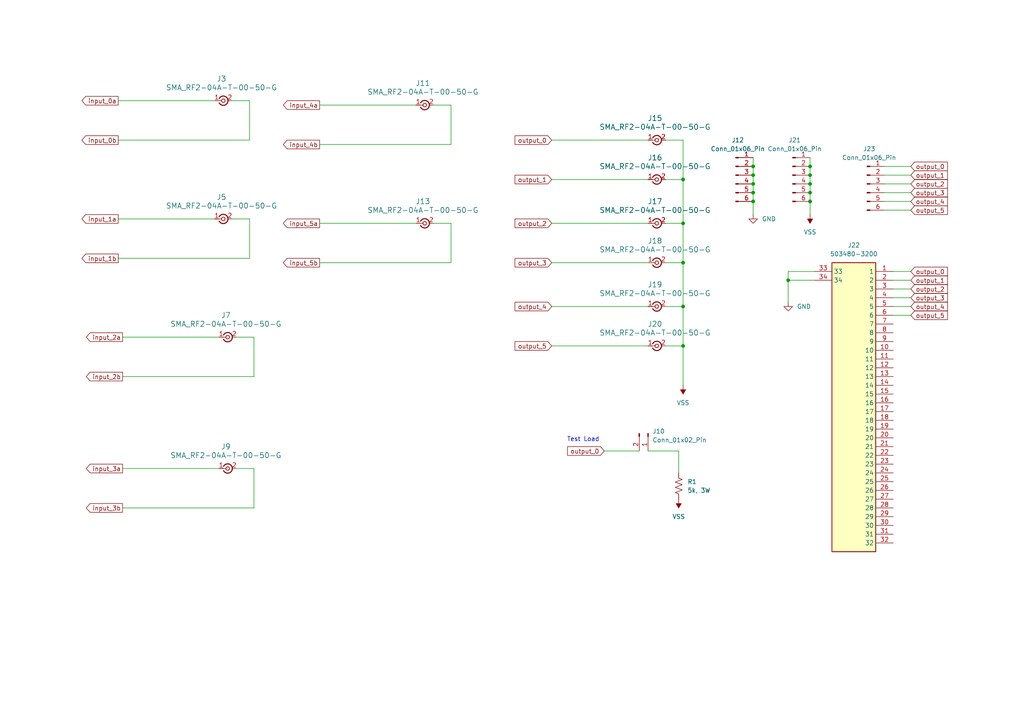
<source format=kicad_sch>
(kicad_sch (version 20231120) (generator "eeschema") (generator_version "8.0")
  (paper "A4")
  (lib_symbols
    (symbol "Connector:Conn_01x02_Pin" (pin_names (offset 1.016) hide)
      (property "Reference" "J" (at 0 2.54 0))
      (property "Value" "Conn_01x02_Pin" (at 0 -5.08 0))
      (symbol "Conn_01x02_Pin_1_1"
        (polyline (pts (xy 1.27 -2.54) (xy 0.8636 -2.54)) (stroke (width 0.1524)))
        (polyline (pts (xy 1.27 0) (xy 0.8636 0)) (stroke (width 0.1524)))
        (rectangle (start 0.8636 -2.413) (end 0 -2.667) (stroke (width 0.1524)) (fill (type outline)))
        (rectangle (start 0.8636 0.127) (end 0 -0.127) (stroke (width 0.1524)) (fill (type outline)))
        (pin passive line (at 5.08 0 180) (length 3.81) (name "Pin_1") (number "1"))
        (pin passive line (at 5.08 -2.54 180) (length 3.81) (name "Pin_2") (number "2"))
      )
    )
    (symbol "Connector:Conn_01x06_Pin" (pin_names (offset 1.016) hide)
      (property "Reference" "J" (at 0 7.62 0))
      (property "Value" "Conn_01x06_Pin" (at 0 -10.16 0))
      (symbol "Conn_01x06_Pin_1_1"
        (polyline (pts (xy 1.27 -7.62) (xy 0.8636 -7.62)) (stroke (width 0.1524)))
        (polyline (pts (xy 1.27 -5.08) (xy 0.8636 -5.08)) (stroke (width 0.1524)))
        (polyline (pts (xy 1.27 -2.54) (xy 0.8636 -2.54)) (stroke (width 0.1524)))
        (polyline (pts (xy 1.27 0) (xy 0.8636 0)) (stroke (width 0.1524)))
        (polyline (pts (xy 1.27 2.54) (xy 0.8636 2.54)) (stroke (width 0.1524)))
        (polyline (pts (xy 1.27 5.08) (xy 0.8636 5.08)) (stroke (width 0.1524)))
        (rectangle (start 0.8636 -7.493) (end 0 -7.747) (stroke (width 0.1524)) (fill (type outline)))
        (rectangle (start 0.8636 -4.953) (end 0 -5.207) (stroke (width 0.1524)) (fill (type outline)))
        (rectangle (start 0.8636 -2.413) (end 0 -2.667) (stroke (width 0.1524)) (fill (type outline)))
        (rectangle (start 0.8636 0.127) (end 0 -0.127) (stroke (width 0.1524)) (fill (type outline)))
        (rectangle (start 0.8636 2.667) (end 0 2.413) (stroke (width 0.1524)) (fill (type outline)))
        (rectangle (start 0.8636 5.207) (end 0 4.953) (stroke (width 0.1524)) (fill (type outline)))
        (pin passive line (at 5.08 5.08 180) (length 3.81) (name "Pin_1") (number "1"))
        (pin passive line (at 5.08 2.54 180) (length 3.81) (name "Pin_2") (number "2"))
        (pin passive line (at 5.08 0 180) (length 3.81) (name "Pin_3") (number "3"))
        (pin passive line (at 5.08 -2.54 180) (length 3.81) (name "Pin_4") (number "4"))
        (pin passive line (at 5.08 -5.08 180) (length 3.81) (name "Pin_5") (number "5"))
        (pin passive line (at 5.08 -7.62 180) (length 3.81) (name "Pin_6") (number "6"))
      )
    )
    (symbol "Device:R_US" (pin_numbers hide) (pin_names (offset 0))
      (property "Reference" "R" (at 2.54 0 90))
      (property "Value" "R_US" (at -2.54 0 90))
      (symbol "R_US_0_1"
        (polyline (pts (xy 0 -2.286) (xy 0 -2.54)))
        (polyline (pts (xy 0 2.286) (xy 0 2.54)))
        (polyline (pts (xy 0 -0.762) (xy 1.016 -1.143) (xy 0 -1.524) (xy -1.016 -1.905) (xy 0 -2.286)))
        (polyline (pts (xy 0 0.762) (xy 1.016 0.381) (xy 0 0) (xy -1.016 -0.381) (xy 0 -0.762)))
        (polyline (pts (xy 0 2.286) (xy 1.016 1.905) (xy 0 1.524) (xy -1.016 1.143) (xy 0 0.762)))
      )
      (symbol "R_US_1_1"
        (pin passive line (at 0 3.81 270) (length 1.27) (name "~") (number "1"))
        (pin passive line (at 0 -3.81 90) (length 1.27) (name "~") (number "2"))
      )
    )
    (symbol "_PHASE:503480-3200"
      (property "Reference" "J" (at 19.05 7.62 0))
      (property "Value" "503480-3200" (at 19.05 5.08 0))
      (symbol "503480-3200_1_1"
        (rectangle (start 5.08 2.54) (end 17.78 -81.28) (stroke (width 0.254)) (fill (type background)))
        (pin passive line (at 22.86 0 180) (length 5.08) (name "1") (number "1"))
        (pin passive line (at 22.86 -22.86 180) (length 5.08) (name "10") (number "10"))
        (pin passive line (at 22.86 -25.4 180) (length 5.08) (name "11") (number "11"))
        (pin passive line (at 22.86 -27.94 180) (length 5.08) (name "12") (number "12"))
        (pin passive line (at 22.86 -30.48 180) (length 5.08) (name "13") (number "13"))
        (pin passive line (at 22.86 -33.02 180) (length 5.08) (name "14") (number "14"))
        (pin passive line (at 22.86 -35.56 180) (length 5.08) (name "15") (number "15"))
        (pin passive line (at 22.86 -38.1 180) (length 5.08) (name "16") (number "16"))
        (pin passive line (at 22.86 -40.64 180) (length 5.08) (name "17") (number "17"))
        (pin passive line (at 22.86 -43.18 180) (length 5.08) (name "18") (number "18"))
        (pin passive line (at 22.86 -45.72 180) (length 5.08) (name "19") (number "19"))
        (pin passive line (at 22.86 -2.54 180) (length 5.08) (name "2") (number "2"))
        (pin passive line (at 22.86 -48.26 180) (length 5.08) (name "20") (number "20"))
        (pin passive line (at 22.86 -50.8 180) (length 5.08) (name "21") (number "21"))
        (pin passive line (at 22.86 -53.34 180) (length 5.08) (name "22") (number "22"))
        (pin passive line (at 22.86 -55.88 180) (length 5.08) (name "23") (number "23"))
        (pin passive line (at 22.86 -58.42 180) (length 5.08) (name "24") (number "24"))
        (pin passive line (at 22.86 -60.96 180) (length 5.08) (name "25") (number "25"))
        (pin passive line (at 22.86 -63.5 180) (length 5.08) (name "26") (number "26"))
        (pin passive line (at 22.86 -66.04 180) (length 5.08) (name "27") (number "27"))
        (pin passive line (at 22.86 -68.58 180) (length 5.08) (name "28") (number "28"))
        (pin passive line (at 22.86 -71.12 180) (length 5.08) (name "29") (number "29"))
        (pin passive line (at 22.86 -5.08 180) (length 5.08) (name "3") (number "3"))
        (pin passive line (at 22.86 -73.66 180) (length 5.08) (name "30") (number "30"))
        (pin passive line (at 22.86 -76.2 180) (length 5.08) (name "31") (number "31"))
        (pin passive line (at 22.86 -78.74 180) (length 5.08) (name "32") (number "32"))
        (pin passive line (at 0 0 0) (length 5.08) (name "33") (number "33"))
        (pin passive line (at 0 -2.54 0) (length 5.08) (name "34") (number "34"))
        (pin passive line (at 22.86 -7.62 180) (length 5.08) (name "4") (number "4"))
        (pin passive line (at 22.86 -10.16 180) (length 5.08) (name "5") (number "5"))
        (pin passive line (at 22.86 -12.7 180) (length 5.08) (name "6") (number "6"))
        (pin passive line (at 22.86 -15.24 180) (length 5.08) (name "7") (number "7"))
        (pin passive line (at 22.86 -17.78 180) (length 5.08) (name "8") (number "8"))
        (pin passive line (at 22.86 -20.32 180) (length 5.08) (name "9") (number "9"))
      )
    )
    (symbol "_PHASE:SMA_RF2-04A-T-00-50-G" (pin_names (offset 0.254))
      (property "Reference" "J" (at 8.89 6.35 0))
      (property "Value" "SMA_RF2-04A-T-00-50-G" (at 0 0 0))
      (symbol "SMA_RF2-04A-T-00-50-G_0_1"
        (polyline (pts (xy 10.16 -5.08) (xy 12.192 -5.08)))
        (circle (center 12.7 -5.08) (radius 0.508) (stroke (width 0.2032)))
      )
      (symbol "SMA_RF2-04A-T-00-50-G_1_1"
        (arc (start 11.5084 -5.7111) (mid 13.027 -6.3881) (end 14.0484 -5.0761) (stroke (width 0.3048)))
        (arc (start 14.0484 -5.0839) (mid 13.027 -3.772) (end 11.5084 -4.4489) (stroke (width 0.3048)))
        (pin passive line (at 10.16 -5.08 0) (length 1.27) (name "") (number "1"))
        (pin passive line (at 15.24 -5.08 180) (length 1.27) (name "") (number "2"))
        (pin passive line (at 15.24 -5.08 180) (length 1.27) hide (name "Ext") (number "3"))
        (pin passive line (at 15.24 -5.08 180) (length 1.27) hide (name "Ext") (number "4"))
        (pin passive line (at 15.24 -5.08 180) (length 1.27) hide (name "Ext") (number "5"))
      )
      (symbol "SMA_RF2-04A-T-00-50-G_1_2"
        (polyline (pts (xy 5.08 -2.54) (xy 12.7 -2.54)) (stroke (width 0.127)))
        (polyline (pts (xy 5.08 2.54) (xy 5.08 -2.54)) (stroke (width 0.127)))
        (polyline (pts (xy 7.62 0) (xy 5.08 0)) (stroke (width 0.127)))
        (polyline (pts (xy 7.62 0) (xy 8.89 -0.8467)) (stroke (width 0.127)))
        (polyline (pts (xy 7.62 0) (xy 8.89 0.8467)) (stroke (width 0.127)))
        (polyline (pts (xy 12.7 -2.54) (xy 12.7 2.54)) (stroke (width 0.127)))
        (polyline (pts (xy 12.7 2.54) (xy 5.08 2.54)) (stroke (width 0.127)))
        (pin unspecified line (at 0 0 0) (length 5.08) (name "1") (number "1"))
      )
    )
    (symbol "power:GND" (power) (pin_numbers hide) (pin_names (offset 0) hide)
      (property "Value" "GND" (at 0 -3.81 0))
      (symbol "GND_0_1"
        (polyline (pts (xy 0 0) (xy 0 -1.27) (xy 1.27 -1.27) (xy 0 -2.54) (xy -1.27 -1.27) (xy 0 -1.27)))
      )
      (symbol "GND_1_1"
        (pin power_in line (at 0 0 270) (length 0) (name "~") (number "1"))
      )
    )
    (symbol "power:VSS" (power) (pin_numbers hide) (pin_names (offset 0) hide)
      (property "Value" "VSS" (at 0 3.556 0))
      (symbol "VSS_0_1"
        (polyline (pts (xy 0 0) (xy 0 2.54)))
        (polyline (pts (xy 0.762 1.27) (xy -0.762 1.27) (xy 0 2.54) (xy 0.762 1.27)) (fill (type outline)))
      )
      (symbol "VSS_1_1"
        (pin power_in line (at 0 0 90) (length 0) (name "~") (number "1"))
      )
    )
  )
  (junction (at 198.12 52.07))
  (junction (at 218.44 50.8))
  (junction (at 234.95 55.88))
  (junction (at 234.95 50.8))
  (junction (at 198.12 64.77))
  (junction (at 218.44 55.88))
  (junction (at 198.12 88.9))
  (junction (at 228.6 81.28))
  (junction (at 218.44 48.26))
  (junction (at 218.44 58.42))
  (junction (at 198.12 76.2))
  (junction (at 218.44 53.34))
  (junction (at 234.95 53.34))
  (junction (at 234.95 48.26))
  (junction (at 234.95 58.42))
  (junction (at 198.12 100.33))
  (wire (pts (xy 228.6 81.28) (xy 228.6 87.63)))
  (wire (pts (xy 218.44 50.8) (xy 218.44 53.34)))
  (wire (pts (xy 34.29 40.64) (xy 72.39 40.64)))
  (wire (pts (xy 72.39 29.21) (xy 72.39 40.64)))
  (wire (pts (xy 218.44 58.42) (xy 218.44 62.23)))
  (wire (pts (xy 256.54 48.26) (xy 264.16 48.26)))
  (wire (pts (xy 92.71 64.77) (xy 120.65 64.77)))
  (wire (pts (xy 160.02 88.9) (xy 187.96 88.9)))
  (wire (pts (xy 193.04 64.77) (xy 198.12 64.77)))
  (wire (pts (xy 236.22 78.74) (xy 228.6 78.74)))
  (wire (pts (xy 259.08 78.74) (xy 264.16 78.74)))
  (wire (pts (xy 234.95 45.72) (xy 234.95 48.26)))
  (wire (pts (xy 130.81 30.48) (xy 130.81 41.91)))
  (wire (pts (xy 160.02 40.64) (xy 187.96 40.64)))
  (wire (pts (xy 218.44 48.26) (xy 218.44 50.8)))
  (wire (pts (xy 259.08 81.28) (xy 264.16 81.28)))
  (wire (pts (xy 92.71 76.2) (xy 130.81 76.2)))
  (wire (pts (xy 234.95 53.34) (xy 234.95 55.88)))
  (wire (pts (xy 193.04 40.64) (xy 198.12 40.64)))
  (wire (pts (xy 218.44 45.72) (xy 218.44 48.26)))
  (wire (pts (xy 125.73 64.77) (xy 130.81 64.77)))
  (wire (pts (xy 35.56 147.32) (xy 73.66 147.32)))
  (wire (pts (xy 73.66 135.89) (xy 73.66 147.32)))
  (wire (pts (xy 198.12 52.07) (xy 193.04 52.07)))
  (wire (pts (xy 198.12 88.9) (xy 198.12 100.33)))
  (wire (pts (xy 72.39 63.5) (xy 72.39 74.93)))
  (wire (pts (xy 259.08 86.36) (xy 264.16 86.36)))
  (wire (pts (xy 130.81 64.77) (xy 130.81 76.2)))
  (wire (pts (xy 198.12 100.33) (xy 193.04 100.33)))
  (wire (pts (xy 92.71 41.91) (xy 130.81 41.91)))
  (wire (pts (xy 259.08 91.44) (xy 264.16 91.44)))
  (wire (pts (xy 259.08 88.9) (xy 264.16 88.9)))
  (wire (pts (xy 160.02 64.77) (xy 187.96 64.77)))
  (wire (pts (xy 198.12 76.2) (xy 198.12 88.9)))
  (wire (pts (xy 35.56 109.22) (xy 73.66 109.22)))
  (wire (pts (xy 198.12 76.2) (xy 193.04 76.2)))
  (wire (pts (xy 198.12 52.07) (xy 198.12 64.77)))
  (wire (pts (xy 160.02 100.33) (xy 187.96 100.33)))
  (wire (pts (xy 187.96 130.81) (xy 196.85 130.81)))
  (wire (pts (xy 218.44 53.34) (xy 218.44 55.88)))
  (wire (pts (xy 218.44 55.88) (xy 218.44 58.42)))
  (wire (pts (xy 196.85 130.81) (xy 196.85 137.16)))
  (wire (pts (xy 198.12 100.33) (xy 198.12 111.76)))
  (wire (pts (xy 160.02 52.07) (xy 187.96 52.07)))
  (wire (pts (xy 256.54 55.88) (xy 264.16 55.88)))
  (wire (pts (xy 175.26 130.81) (xy 185.42 130.81)))
  (wire (pts (xy 34.29 74.93) (xy 72.39 74.93)))
  (wire (pts (xy 198.12 40.64) (xy 198.12 52.07)))
  (wire (pts (xy 92.71 30.48) (xy 120.65 30.48)))
  (wire (pts (xy 198.12 64.77) (xy 198.12 76.2)))
  (wire (pts (xy 67.31 63.5) (xy 72.39 63.5)))
  (wire (pts (xy 234.95 50.8) (xy 234.95 53.34)))
  (wire (pts (xy 236.22 81.28) (xy 228.6 81.28)))
  (wire (pts (xy 67.31 29.21) (xy 72.39 29.21)))
  (wire (pts (xy 35.56 97.79) (xy 63.5 97.79)))
  (wire (pts (xy 256.54 53.34) (xy 264.16 53.34)))
  (wire (pts (xy 256.54 58.42) (xy 264.16 58.42)))
  (wire (pts (xy 125.73 30.48) (xy 130.81 30.48)))
  (wire (pts (xy 234.95 48.26) (xy 234.95 50.8)))
  (wire (pts (xy 34.29 29.21) (xy 62.23 29.21)))
  (wire (pts (xy 256.54 60.96) (xy 264.16 60.96)))
  (wire (pts (xy 68.58 97.79) (xy 73.66 97.79)))
  (wire (pts (xy 35.56 135.89) (xy 63.5 135.89)))
  (wire (pts (xy 73.66 97.79) (xy 73.66 109.22)))
  (wire (pts (xy 259.08 83.82) (xy 264.16 83.82)))
  (wire (pts (xy 68.58 135.89) (xy 73.66 135.89)))
  (wire (pts (xy 193.04 88.9) (xy 198.12 88.9)))
  (wire (pts (xy 234.95 55.88) (xy 234.95 58.42)))
  (wire (pts (xy 160.02 76.2) (xy 187.96 76.2)))
  (wire (pts (xy 34.29 63.5) (xy 62.23 63.5)))
  (wire (pts (xy 234.95 58.42) (xy 234.95 62.23)))
  (wire (pts (xy 256.54 50.8) (xy 264.16 50.8)))
  (wire (pts (xy 228.6 78.74) (xy 228.6 81.28)))
  (text "Test Load" (at 169.164 127.508 0) (effects (font (size 1.27 1.27))))
  (global_label "output_3" (shape input) (at 160.02 76.2 180) (property "Intersheetrefs" "${INTERSHEET_REFS}" (effects (hide yes))))
  (global_label "output_2" (shape input) (at 160.02 64.77 180) (property "Intersheetrefs" "${INTERSHEET_REFS}" (effects (hide yes))))
  (global_label "output_2" (shape input) (at 264.16 53.34 0) (property "Intersheetrefs" "${INTERSHEET_REFS}" (effects (hide yes))))
  (global_label "output_0" (shape input) (at 264.16 48.26 0) (property "Intersheetrefs" "${INTERSHEET_REFS}" (effects (hide yes))))
  (global_label "output_0" (shape input) (at 160.02 40.64 180) (property "Intersheetrefs" "${INTERSHEET_REFS}" (effects (hide yes))))
  (global_label "input_4a" (shape output) (at 92.71 30.48 180) (property "Intersheetrefs" "${INTERSHEET_REFS}" (effects (hide yes))))
  (global_label "input_0b" (shape output) (at 34.29 40.64 180) (property "Intersheetrefs" "${INTERSHEET_REFS}" (effects (hide yes))))
  (global_label "output_3" (shape input) (at 264.16 86.36 0) (property "Intersheetrefs" "${INTERSHEET_REFS}" (effects (hide yes))))
  (global_label "input_3b" (shape output) (at 35.56 147.32 180) (property "Intersheetrefs" "${INTERSHEET_REFS}" (effects (hide yes))))
  (global_label "output_4" (shape input) (at 160.02 88.9 180) (property "Intersheetrefs" "${INTERSHEET_REFS}" (effects (hide yes))))
  (global_label "input_1b" (shape output) (at 34.29 74.93 180) (property "Intersheetrefs" "${INTERSHEET_REFS}" (effects (hide yes))))
  (global_label "output_1" (shape input) (at 264.16 50.8 0) (property "Intersheetrefs" "${INTERSHEET_REFS}" (effects (hide yes))))
  (global_label "input_0a" (shape output) (at 34.29 29.21 180) (property "Intersheetrefs" "${INTERSHEET_REFS}" (effects (hide yes))))
  (global_label "input_2a" (shape output) (at 35.56 97.79 180) (property "Intersheetrefs" "${INTERSHEET_REFS}" (effects (hide yes))))
  (global_label "output_5" (shape input) (at 264.16 91.44 0) (property "Intersheetrefs" "${INTERSHEET_REFS}" (effects (hide yes))))
  (global_label "input_1a" (shape output) (at 34.29 63.5 180) (property "Intersheetrefs" "${INTERSHEET_REFS}" (effects (hide yes))))
  (global_label "input_5a" (shape output) (at 92.71 64.77 180) (property "Intersheetrefs" "${INTERSHEET_REFS}" (effects (hide yes))))
  (global_label "input_2b" (shape output) (at 35.56 109.22 180) (property "Intersheetrefs" "${INTERSHEET_REFS}" (effects (hide yes))))
  (global_label "output_4" (shape input) (at 264.16 88.9 0) (property "Intersheetrefs" "${INTERSHEET_REFS}" (effects (hide yes))))
  (global_label "output_3" (shape input) (at 264.16 55.88 0) (property "Intersheetrefs" "${INTERSHEET_REFS}" (effects (hide yes))))
  (global_label "output_5" (shape input) (at 160.02 100.33 180) (property "Intersheetrefs" "${INTERSHEET_REFS}" (effects (hide yes))))
  (global_label "output_4" (shape input) (at 264.16 58.42 0) (property "Intersheetrefs" "${INTERSHEET_REFS}" (effects (hide yes))))
  (global_label "output_0" (shape input) (at 175.26 130.81 180) (property "Intersheetrefs" "${INTERSHEET_REFS}" (effects (hide yes))))
  (global_label "input_5b" (shape output) (at 92.71 76.2 180) (property "Intersheetrefs" "${INTERSHEET_REFS}" (effects (hide yes))))
  (global_label "input_3a" (shape output) (at 35.56 135.89 180) (property "Intersheetrefs" "${INTERSHEET_REFS}" (effects (hide yes))))
  (global_label "output_1" (shape input) (at 264.16 81.28 0) (property "Intersheetrefs" "${INTERSHEET_REFS}" (effects (hide yes))))
  (global_label "input_4b" (shape output) (at 92.71 41.91 180) (property "Intersheetrefs" "${INTERSHEET_REFS}" (effects (hide yes))))
  (global_label "output_1" (shape input) (at 160.02 52.07 180) (property "Intersheetrefs" "${INTERSHEET_REFS}" (effects (hide yes))))
  (global_label "output_5" (shape input) (at 264.16 60.96 0) (property "Intersheetrefs" "${INTERSHEET_REFS}" (effects (hide yes))))
  (global_label "output_0" (shape input) (at 264.16 78.74 0) (property "Intersheetrefs" "${INTERSHEET_REFS}" (effects (hide yes))))
  (global_label "output_2" (shape input) (at 264.16 83.82 0) (property "Intersheetrefs" "${INTERSHEET_REFS}" (effects (hide yes))))
  (symbol (lib_id "_PHASE:SMA_RF2-04A-T-00-50-G") (at 53.34 130.81 0) (unit 1)
    (property "Reference" "J9" (at 65.5204 129.54 0) (effects (font (size 1.524 1.524))))
    (property "Value" "SMA_RF2-04A-T-00-50-G" (at 65.5204 132.08 0) (effects (font (size 1.524 1.524))))
    (property "Footprint" "0_726_footprints:CONN_RF2-04A-T-00-50-G_ADM" (effects (hide yes)))
    (property "Datasheet" "112404" (effects (hide yes)))
  )
  (symbol (lib_id "power:GND") (at 218.44 62.23 0) (unit 1)
    (property "Reference" "#PWR070" (effects (hide yes)))
    (property "Value" "GND" (at 220.98 63.4999 0) (effects (justify left)))
    (property "Description" "Power symbol creates a global label with name \"GND\" , ground" (effects (hide yes)))
  )
  (symbol (lib_id "_PHASE:SMA_RF2-04A-T-00-50-G") (at 177.8 59.69 0) (unit 1)
    (property "Reference" "J17" (at 189.9804 58.42 0) (effects (font (size 1.524 1.524))))
    (property "Value" "SMA_RF2-04A-T-00-50-G" (at 189.9804 60.96 0) (effects (font (size 1.524 1.524))))
    (property "Footprint" "0_726_footprints:CONN_RF2-04A-T-00-50-G_ADM" (effects (hide yes)))
    (property "Datasheet" "112404" (effects (hide yes)))
  )
  (symbol (lib_id "_PHASE:SMA_RF2-04A-T-00-50-G") (at 52.07 58.42 0) (unit 1)
    (property "Reference" "J5" (at 64.2504 57.15 0) (effects (font (size 1.524 1.524))))
    (property "Value" "SMA_RF2-04A-T-00-50-G" (at 64.2504 59.69 0) (effects (font (size 1.524 1.524))))
    (property "Footprint" "0_726_footprints:CONN_RF2-04A-T-00-50-G_ADM" (effects (hide yes)))
    (property "Datasheet" "112404" (effects (hide yes)))
  )
  (symbol (lib_id "_PHASE:SMA_RF2-04A-T-00-50-G") (at 110.49 59.69 0) (unit 1)
    (property "Reference" "J13" (at 122.6704 58.42 0) (effects (font (size 1.524 1.524))))
    (property "Value" "SMA_RF2-04A-T-00-50-G" (at 122.6704 60.96 0) (effects (font (size 1.524 1.524))))
    (property "Footprint" "0_726_footprints:CONN_RF2-04A-T-00-50-G_ADM" (effects (hide yes)))
    (property "Datasheet" "112404" (effects (hide yes)))
  )
  (symbol (lib_id "Connector:Conn_01x06_Pin") (at 213.36 50.8 0) (unit 1)
    (property "Reference" "J12" (at 213.995 40.64 0))
    (property "Value" "Conn_01x06_Pin" (at 213.995 43.18 0))
    (property "Footprint" "Connector_PinHeader_2.54mm:PinHeader_1x06_P2.54mm_Vertical" (effects (hide yes)))
    (property "Description" "Generic connector, single row, 01x06, script generated" (effects (hide yes)))
  )
  (symbol (lib_id "_PHASE:SMA_RF2-04A-T-00-50-G") (at 110.49 25.4 0) (unit 1)
    (property "Reference" "J11" (at 122.6704 24.13 0) (effects (font (size 1.524 1.524))))
    (property "Value" "SMA_RF2-04A-T-00-50-G" (at 122.6704 26.67 0) (effects (font (size 1.524 1.524))))
    (property "Footprint" "0_726_footprints:CONN_RF2-04A-T-00-50-G_ADM" (effects (hide yes)))
    (property "Datasheet" "112404" (effects (hide yes)))
  )
  (symbol (lib_id "_PHASE:SMA_RF2-04A-T-00-50-G") (at 177.8 95.25 0) (unit 1)
    (property "Reference" "J20" (at 189.9804 93.98 0) (effects (font (size 1.524 1.524))))
    (property "Value" "SMA_RF2-04A-T-00-50-G" (at 189.9804 96.52 0) (effects (font (size 1.524 1.524))))
    (property "Footprint" "0_726_footprints:CONN_RF2-04A-T-00-50-G_ADM" (effects (hide yes)))
    (property "Datasheet" "112404" (effects (hide yes)))
  )
  (symbol (lib_id "_PHASE:SMA_RF2-04A-T-00-50-G") (at 177.8 83.82 0) (unit 1)
    (property "Reference" "J19" (at 189.9804 82.55 0) (effects (font (size 1.524 1.524))))
    (property "Value" "SMA_RF2-04A-T-00-50-G" (at 189.9804 85.09 0) (effects (font (size 1.524 1.524))))
    (property "Footprint" "0_726_footprints:CONN_RF2-04A-T-00-50-G_ADM" (effects (hide yes)))
    (property "Datasheet" "112404" (effects (hide yes)))
  )
  (symbol (lib_id "_PHASE:SMA_RF2-04A-T-00-50-G") (at 177.8 35.56 0) (unit 1)
    (property "Reference" "J15" (at 189.9804 34.29 0) (effects (font (size 1.524 1.524))))
    (property "Value" "SMA_RF2-04A-T-00-50-G" (at 189.9804 36.83 0) (effects (font (size 1.524 1.524))))
    (property "Footprint" "0_726_footprints:CONN_RF2-04A-T-00-50-G_ADM" (effects (hide yes)))
    (property "Datasheet" "112404" (effects (hide yes)))
  )
  (symbol (lib_id "Device:R_US") (at 196.85 140.97 0) (unit 1)
    (property "Reference" "R1" (at 199.39 139.6999 0) (effects (justify left)))
    (property "Value" "5k, 3W" (at 199.39 142.2399 0) (effects (justify left)))
    (property "Description" "Resistor, US symbol" (effects (hide yes)))
  )
  (symbol (lib_id "power:VSS") (at 234.95 62.23 0) (mirror x) (unit 1)
    (property "Reference" "#PWR013" (effects (hide yes)))
    (property "Value" "VSS" (at 234.95 67.31 0))
    (property "Description" "Power symbol creates a global label with name \"VSS\"" (effects (hide yes)))
  )
  (symbol (lib_id "_PHASE:SMA_RF2-04A-T-00-50-G") (at 53.34 92.71 0) (unit 1)
    (property "Reference" "J7" (at 65.5204 91.44 0) (effects (font (size 1.524 1.524))))
    (property "Value" "SMA_RF2-04A-T-00-50-G" (at 65.5204 93.98 0) (effects (font (size 1.524 1.524))))
    (property "Footprint" "0_726_footprints:CONN_RF2-04A-T-00-50-G_ADM" (effects (hide yes)))
    (property "Datasheet" "112404" (effects (hide yes)))
  )
  (symbol (lib_id "Connector:Conn_01x06_Pin") (at 251.46 53.34 0) (unit 1)
    (property "Reference" "J23" (at 252.095 43.18 0))
    (property "Value" "Conn_01x06_Pin" (at 252.095 45.72 0))
    (property "Description" "Generic connector, single row, 01x06, script generated" (effects (hide yes)))
  )
  (symbol (lib_id "_PHASE:503480-3200") (at 236.22 78.74 0) (unit 1)
    (property "Reference" "J22" (at 247.65 71.12 0))
    (property "Value" "503480-3200" (at 247.65 73.66 0))
    (property "Footprint" "5034803200" (effects (hide yes)))
    (property "Datasheet" "https://www.molex.com/pdm_docs/sd/5034803200_sd.pdf" (effects (hide yes)))
    (property "Description" "MOLEX - 503480-3200 - CONNECTOR, FPC, 32POS, 1ROW, 0.5MM" (effects (hide yes)))
    (property "Height" "1" (effects (hide yes)))
    (property "Mouser Part Number" "538-503480-3200" (effects (hide yes)))
    (property "Mouser Price/Stock" "https://www.mouser.co.uk/ProductDetail/Molex/503480-3200?qs=6kT3pPPHxnXy4DNjAJz%252BBA%3D%3D" (effects (hide yes)))
    (property "Manufacturer_Name" "Molex" (effects (hide yes)))
    (property "Manufacturer_Part_Number" "503480-3200" (effects (hide yes)))
  )
  (symbol (lib_id "_PHASE:SMA_RF2-04A-T-00-50-G") (at 177.8 46.99 0) (unit 1)
    (property "Reference" "J16" (at 189.9804 45.72 0) (effects (font (size 1.524 1.524))))
    (property "Value" "SMA_RF2-04A-T-00-50-G" (at 189.9804 48.26 0) (effects (font (size 1.524 1.524))))
    (property "Footprint" "0_726_footprints:CONN_RF2-04A-T-00-50-G_ADM" (effects (hide yes)))
    (property "Datasheet" "112404" (effects (hide yes)))
  )
  (symbol (lib_id "power:GND") (at 228.6 87.63 0) (unit 1)
    (property "Reference" "#PWR012" (effects (hide yes)))
    (property "Value" "GND" (at 231.14 88.8999 0) (effects (justify left)))
    (property "Description" "Power symbol creates a global label with name \"GND\" , ground" (effects (hide yes)))
  )
  (symbol (lib_id "_PHASE:SMA_RF2-04A-T-00-50-G") (at 52.07 24.13 0) (unit 1)
    (property "Reference" "J3" (at 64.2504 22.86 0) (effects (font (size 1.524 1.524))))
    (property "Value" "SMA_RF2-04A-T-00-50-G" (at 64.2504 25.4 0) (effects (font (size 1.524 1.524))))
    (property "Footprint" "0_726_footprints:CONN_RF2-04A-T-00-50-G_ADM" (effects (hide yes)))
    (property "Datasheet" "112404" (effects (hide yes)))
  )
  (symbol (lib_id "_PHASE:SMA_RF2-04A-T-00-50-G") (at 177.8 71.12 0) (unit 1)
    (property "Reference" "J18" (at 189.9804 69.85 0) (effects (font (size 1.524 1.524))))
    (property "Value" "SMA_RF2-04A-T-00-50-G" (at 189.9804 72.39 0) (effects (font (size 1.524 1.524))))
    (property "Footprint" "0_726_footprints:CONN_RF2-04A-T-00-50-G_ADM" (effects (hide yes)))
    (property "Datasheet" "112404" (effects (hide yes)))
  )
  (symbol (lib_id "power:VSS") (at 198.12 111.76 0) (mirror x) (unit 1)
    (property "Reference" "#PWR010" (effects (hide yes)))
    (property "Value" "VSS" (at 198.12 116.84 0))
    (property "Description" "Power symbol creates a global label with name \"VSS\"" (effects (hide yes)))
  )
  (symbol (lib_id "Connector:Conn_01x06_Pin") (at 229.87 50.8 0) (unit 1)
    (property "Reference" "J21" (at 230.505 40.64 0))
    (property "Value" "Conn_01x06_Pin" (at 230.505 43.18 0))
    (property "Footprint" "Connector_PinHeader_2.54mm:PinHeader_1x06_P2.54mm_Vertical" (effects (hide yes)))
    (property "Description" "Generic connector, single row, 01x06, script generated" (effects (hide yes)))
  )
  (symbol (lib_id "power:VSS") (at 196.85 144.78 0) (mirror x) (unit 1)
    (property "Reference" "#PWR011" (effects (hide yes)))
    (property "Value" "VSS" (at 196.85 149.86 0))
    (property "Description" "Power symbol creates a global label with name \"VSS\"" (effects (hide yes)))
  )
  (symbol (lib_id "Connector:Conn_01x02_Pin") (at 187.96 125.73 270) (unit 1)
    (property "Reference" "J10" (at 189.23 125.0949 90) (effects (justify left)))
    (property "Value" "Conn_01x02_Pin" (at 189.23 127.6349 90) (effects (justify left)))
    (property "Footprint" "Connector_PinHeader_2.54mm:PinHeader_1x02_P2.54mm_Vertical" (effects (hide yes)))
    (property "Description" "Generic connector, single row, 01x02, script generated" (effects (hide yes)))
  )
)
</source>
